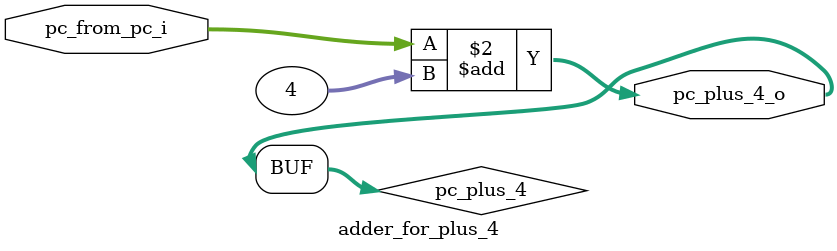
<source format=v>
module adder_for_plus_4(
    input [31:0] pc_from_pc_i,
    output [31:0] pc_plus_4_o
    );

reg [31:0] pc_plus_4;
assign pc_plus_4_o = pc_plus_4;
always @ (*)
begin
    pc_plus_4 = pc_from_pc_i + 4;
end
endmodule

</source>
